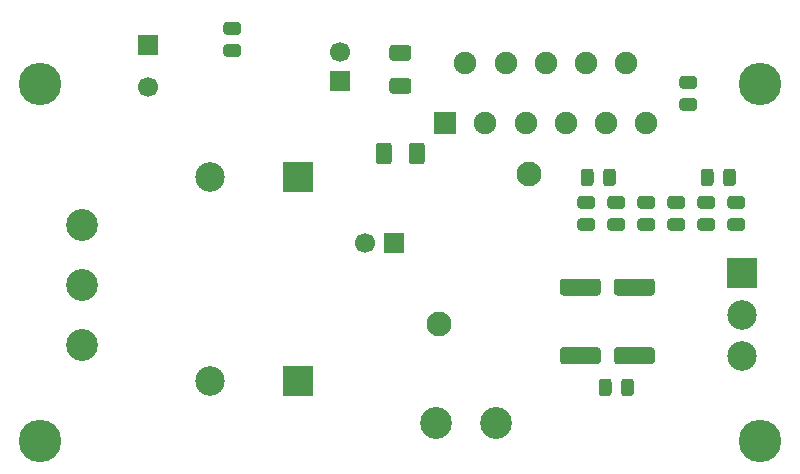
<source format=gbr>
%TF.GenerationSoftware,KiCad,Pcbnew,(5.1.6-0)*%
%TF.CreationDate,2023-03-27T21:53:34-07:00*%
%TF.ProjectId,LM3886-bal-no15v-th,4c4d3338-3836-42d6-9261-6c2d6e6f3135,rev?*%
%TF.SameCoordinates,Original*%
%TF.FileFunction,Soldermask,Top*%
%TF.FilePolarity,Negative*%
%FSLAX46Y46*%
G04 Gerber Fmt 4.6, Leading zero omitted, Abs format (unit mm)*
G04 Created by KiCad (PCBNEW (5.1.6-0)) date 2023-03-27 21:53:34*
%MOMM*%
%LPD*%
G01*
G04 APERTURE LIST*
%ADD10C,1.700000*%
%ADD11R,1.700000X1.700000*%
%ADD12C,2.500000*%
%ADD13R,2.500000X2.500000*%
%ADD14C,2.700000*%
%ADD15C,3.600000*%
%ADD16C,2.100000*%
%ADD17O,1.900000X1.900000*%
%ADD18R,1.900000X1.900000*%
G04 APERTURE END LIST*
D10*
%TO.C,C10*%
X85344000Y-66492000D03*
D11*
X85344000Y-62992000D03*
%TD*%
D10*
%TO.C,C7*%
X101600000Y-63540000D03*
D11*
X101600000Y-66040000D03*
%TD*%
D10*
%TO.C,C6*%
X103672000Y-79756000D03*
D11*
X106172000Y-79756000D03*
%TD*%
D12*
%TO.C,C3*%
X90544000Y-74168000D03*
D13*
X98044000Y-74168000D03*
%TD*%
D12*
%TO.C,C2*%
X90544000Y-91440000D03*
D13*
X98044000Y-91440000D03*
%TD*%
D12*
%TO.C,J1*%
X135636000Y-89296000D03*
X135636000Y-85796000D03*
D13*
X135636000Y-82296000D03*
%TD*%
D14*
%TO.C,J3*%
X79756000Y-88392000D03*
X79756000Y-83312000D03*
X79756000Y-78232000D03*
%TD*%
%TO.C,J2*%
X114808000Y-94996000D03*
X109728000Y-94996000D03*
%TD*%
D15*
%TO.C,H4*%
X137160000Y-96520000D03*
%TD*%
%TO.C,H3*%
X137160000Y-66248000D03*
%TD*%
%TO.C,H2*%
X76200000Y-96520000D03*
%TD*%
%TO.C,H1*%
X76200000Y-66248000D03*
%TD*%
D16*
%TO.C,L1*%
X109982000Y-86614000D03*
X117602000Y-73914000D03*
%TD*%
%TO.C,R9*%
G36*
G01*
X123376482Y-84185000D02*
X120463518Y-84185000D01*
G75*
G02*
X120195000Y-83916482I0J268518D01*
G01*
X120195000Y-83003518D01*
G75*
G02*
X120463518Y-82735000I268518J0D01*
G01*
X123376482Y-82735000D01*
G75*
G02*
X123645000Y-83003518I0J-268518D01*
G01*
X123645000Y-83916482D01*
G75*
G02*
X123376482Y-84185000I-268518J0D01*
G01*
G37*
G36*
G01*
X123376482Y-89985000D02*
X120463518Y-89985000D01*
G75*
G02*
X120195000Y-89716482I0J268518D01*
G01*
X120195000Y-88803518D01*
G75*
G02*
X120463518Y-88535000I268518J0D01*
G01*
X123376482Y-88535000D01*
G75*
G02*
X123645000Y-88803518I0J-268518D01*
G01*
X123645000Y-89716482D01*
G75*
G02*
X123376482Y-89985000I-268518J0D01*
G01*
G37*
%TD*%
%TO.C,R8*%
G36*
G01*
X125035518Y-88535000D02*
X127948482Y-88535000D01*
G75*
G02*
X128217000Y-88803518I0J-268518D01*
G01*
X128217000Y-89716482D01*
G75*
G02*
X127948482Y-89985000I-268518J0D01*
G01*
X125035518Y-89985000D01*
G75*
G02*
X124767000Y-89716482I0J268518D01*
G01*
X124767000Y-88803518D01*
G75*
G02*
X125035518Y-88535000I268518J0D01*
G01*
G37*
G36*
G01*
X125035518Y-82735000D02*
X127948482Y-82735000D01*
G75*
G02*
X128217000Y-83003518I0J-268518D01*
G01*
X128217000Y-83916482D01*
G75*
G02*
X127948482Y-84185000I-268518J0D01*
G01*
X125035518Y-84185000D01*
G75*
G02*
X124767000Y-83916482I0J268518D01*
G01*
X124767000Y-83003518D01*
G75*
G02*
X125035518Y-82735000I268518J0D01*
G01*
G37*
%TD*%
%TO.C,C9*%
G36*
G01*
X107335000Y-64299000D02*
X106025000Y-64299000D01*
G75*
G02*
X105755000Y-64029000I0J270000D01*
G01*
X105755000Y-63219000D01*
G75*
G02*
X106025000Y-62949000I270000J0D01*
G01*
X107335000Y-62949000D01*
G75*
G02*
X107605000Y-63219000I0J-270000D01*
G01*
X107605000Y-64029000D01*
G75*
G02*
X107335000Y-64299000I-270000J0D01*
G01*
G37*
G36*
G01*
X107335000Y-67099000D02*
X106025000Y-67099000D01*
G75*
G02*
X105755000Y-66829000I0J270000D01*
G01*
X105755000Y-66019000D01*
G75*
G02*
X106025000Y-65749000I270000J0D01*
G01*
X107335000Y-65749000D01*
G75*
G02*
X107605000Y-66019000I0J-270000D01*
G01*
X107605000Y-66829000D01*
G75*
G02*
X107335000Y-67099000I-270000J0D01*
G01*
G37*
%TD*%
%TO.C,C8*%
G36*
G01*
X105955000Y-71481000D02*
X105955000Y-72791000D01*
G75*
G02*
X105685000Y-73061000I-270000J0D01*
G01*
X104875000Y-73061000D01*
G75*
G02*
X104605000Y-72791000I0J270000D01*
G01*
X104605000Y-71481000D01*
G75*
G02*
X104875000Y-71211000I270000J0D01*
G01*
X105685000Y-71211000D01*
G75*
G02*
X105955000Y-71481000I0J-270000D01*
G01*
G37*
G36*
G01*
X108755000Y-71481000D02*
X108755000Y-72791000D01*
G75*
G02*
X108485000Y-73061000I-270000J0D01*
G01*
X107675000Y-73061000D01*
G75*
G02*
X107405000Y-72791000I0J270000D01*
G01*
X107405000Y-71481000D01*
G75*
G02*
X107675000Y-71211000I270000J0D01*
G01*
X108485000Y-71211000D01*
G75*
G02*
X108755000Y-71481000I0J-270000D01*
G01*
G37*
%TD*%
D17*
%TO.C,U1*%
X127490000Y-69596000D03*
X125790000Y-64516000D03*
X124090000Y-69596000D03*
X122390000Y-64516000D03*
X120690000Y-69596000D03*
X118990000Y-64516000D03*
X117290000Y-69596000D03*
X115590000Y-64516000D03*
X113890000Y-69596000D03*
X112190000Y-64516000D03*
D18*
X110490000Y-69596000D03*
%TD*%
%TO.C,R7*%
G36*
G01*
X92937250Y-62084000D02*
X91974750Y-62084000D01*
G75*
G02*
X91706000Y-61815250I0J268750D01*
G01*
X91706000Y-61277750D01*
G75*
G02*
X91974750Y-61009000I268750J0D01*
G01*
X92937250Y-61009000D01*
G75*
G02*
X93206000Y-61277750I0J-268750D01*
G01*
X93206000Y-61815250D01*
G75*
G02*
X92937250Y-62084000I-268750J0D01*
G01*
G37*
G36*
G01*
X92937250Y-63959000D02*
X91974750Y-63959000D01*
G75*
G02*
X91706000Y-63690250I0J268750D01*
G01*
X91706000Y-63152750D01*
G75*
G02*
X91974750Y-62884000I268750J0D01*
G01*
X92937250Y-62884000D01*
G75*
G02*
X93206000Y-63152750I0J-268750D01*
G01*
X93206000Y-63690250D01*
G75*
G02*
X92937250Y-63959000I-268750J0D01*
G01*
G37*
%TD*%
%TO.C,R6*%
G36*
G01*
X122909250Y-76816000D02*
X121946750Y-76816000D01*
G75*
G02*
X121678000Y-76547250I0J268750D01*
G01*
X121678000Y-76009750D01*
G75*
G02*
X121946750Y-75741000I268750J0D01*
G01*
X122909250Y-75741000D01*
G75*
G02*
X123178000Y-76009750I0J-268750D01*
G01*
X123178000Y-76547250D01*
G75*
G02*
X122909250Y-76816000I-268750J0D01*
G01*
G37*
G36*
G01*
X122909250Y-78691000D02*
X121946750Y-78691000D01*
G75*
G02*
X121678000Y-78422250I0J268750D01*
G01*
X121678000Y-77884750D01*
G75*
G02*
X121946750Y-77616000I268750J0D01*
G01*
X122909250Y-77616000D01*
G75*
G02*
X123178000Y-77884750I0J-268750D01*
G01*
X123178000Y-78422250D01*
G75*
G02*
X122909250Y-78691000I-268750J0D01*
G01*
G37*
%TD*%
%TO.C,R5*%
G36*
G01*
X125449250Y-76816000D02*
X124486750Y-76816000D01*
G75*
G02*
X124218000Y-76547250I0J268750D01*
G01*
X124218000Y-76009750D01*
G75*
G02*
X124486750Y-75741000I268750J0D01*
G01*
X125449250Y-75741000D01*
G75*
G02*
X125718000Y-76009750I0J-268750D01*
G01*
X125718000Y-76547250D01*
G75*
G02*
X125449250Y-76816000I-268750J0D01*
G01*
G37*
G36*
G01*
X125449250Y-78691000D02*
X124486750Y-78691000D01*
G75*
G02*
X124218000Y-78422250I0J268750D01*
G01*
X124218000Y-77884750D01*
G75*
G02*
X124486750Y-77616000I268750J0D01*
G01*
X125449250Y-77616000D01*
G75*
G02*
X125718000Y-77884750I0J-268750D01*
G01*
X125718000Y-78422250D01*
G75*
G02*
X125449250Y-78691000I-268750J0D01*
G01*
G37*
%TD*%
%TO.C,R4*%
G36*
G01*
X133069250Y-76816000D02*
X132106750Y-76816000D01*
G75*
G02*
X131838000Y-76547250I0J268750D01*
G01*
X131838000Y-76009750D01*
G75*
G02*
X132106750Y-75741000I268750J0D01*
G01*
X133069250Y-75741000D01*
G75*
G02*
X133338000Y-76009750I0J-268750D01*
G01*
X133338000Y-76547250D01*
G75*
G02*
X133069250Y-76816000I-268750J0D01*
G01*
G37*
G36*
G01*
X133069250Y-78691000D02*
X132106750Y-78691000D01*
G75*
G02*
X131838000Y-78422250I0J268750D01*
G01*
X131838000Y-77884750D01*
G75*
G02*
X132106750Y-77616000I268750J0D01*
G01*
X133069250Y-77616000D01*
G75*
G02*
X133338000Y-77884750I0J-268750D01*
G01*
X133338000Y-78422250D01*
G75*
G02*
X133069250Y-78691000I-268750J0D01*
G01*
G37*
%TD*%
%TO.C,R3*%
G36*
G01*
X135609250Y-76816000D02*
X134646750Y-76816000D01*
G75*
G02*
X134378000Y-76547250I0J268750D01*
G01*
X134378000Y-76009750D01*
G75*
G02*
X134646750Y-75741000I268750J0D01*
G01*
X135609250Y-75741000D01*
G75*
G02*
X135878000Y-76009750I0J-268750D01*
G01*
X135878000Y-76547250D01*
G75*
G02*
X135609250Y-76816000I-268750J0D01*
G01*
G37*
G36*
G01*
X135609250Y-78691000D02*
X134646750Y-78691000D01*
G75*
G02*
X134378000Y-78422250I0J268750D01*
G01*
X134378000Y-77884750D01*
G75*
G02*
X134646750Y-77616000I268750J0D01*
G01*
X135609250Y-77616000D01*
G75*
G02*
X135878000Y-77884750I0J-268750D01*
G01*
X135878000Y-78422250D01*
G75*
G02*
X135609250Y-78691000I-268750J0D01*
G01*
G37*
%TD*%
%TO.C,R2*%
G36*
G01*
X127026750Y-77616000D02*
X127989250Y-77616000D01*
G75*
G02*
X128258000Y-77884750I0J-268750D01*
G01*
X128258000Y-78422250D01*
G75*
G02*
X127989250Y-78691000I-268750J0D01*
G01*
X127026750Y-78691000D01*
G75*
G02*
X126758000Y-78422250I0J268750D01*
G01*
X126758000Y-77884750D01*
G75*
G02*
X127026750Y-77616000I268750J0D01*
G01*
G37*
G36*
G01*
X127026750Y-75741000D02*
X127989250Y-75741000D01*
G75*
G02*
X128258000Y-76009750I0J-268750D01*
G01*
X128258000Y-76547250D01*
G75*
G02*
X127989250Y-76816000I-268750J0D01*
G01*
X127026750Y-76816000D01*
G75*
G02*
X126758000Y-76547250I0J268750D01*
G01*
X126758000Y-76009750D01*
G75*
G02*
X127026750Y-75741000I268750J0D01*
G01*
G37*
%TD*%
%TO.C,R1*%
G36*
G01*
X129566750Y-77616000D02*
X130529250Y-77616000D01*
G75*
G02*
X130798000Y-77884750I0J-268750D01*
G01*
X130798000Y-78422250D01*
G75*
G02*
X130529250Y-78691000I-268750J0D01*
G01*
X129566750Y-78691000D01*
G75*
G02*
X129298000Y-78422250I0J268750D01*
G01*
X129298000Y-77884750D01*
G75*
G02*
X129566750Y-77616000I268750J0D01*
G01*
G37*
G36*
G01*
X129566750Y-75741000D02*
X130529250Y-75741000D01*
G75*
G02*
X130798000Y-76009750I0J-268750D01*
G01*
X130798000Y-76547250D01*
G75*
G02*
X130529250Y-76816000I-268750J0D01*
G01*
X129566750Y-76816000D01*
G75*
G02*
X129298000Y-76547250I0J268750D01*
G01*
X129298000Y-76009750D01*
G75*
G02*
X129566750Y-75741000I268750J0D01*
G01*
G37*
%TD*%
%TO.C,C11*%
G36*
G01*
X124568000Y-91466750D02*
X124568000Y-92429250D01*
G75*
G02*
X124299250Y-92698000I-268750J0D01*
G01*
X123761750Y-92698000D01*
G75*
G02*
X123493000Y-92429250I0J268750D01*
G01*
X123493000Y-91466750D01*
G75*
G02*
X123761750Y-91198000I268750J0D01*
G01*
X124299250Y-91198000D01*
G75*
G02*
X124568000Y-91466750I0J-268750D01*
G01*
G37*
G36*
G01*
X126443000Y-91466750D02*
X126443000Y-92429250D01*
G75*
G02*
X126174250Y-92698000I-268750J0D01*
G01*
X125636750Y-92698000D01*
G75*
G02*
X125368000Y-92429250I0J268750D01*
G01*
X125368000Y-91466750D01*
G75*
G02*
X125636750Y-91198000I268750J0D01*
G01*
X126174250Y-91198000D01*
G75*
G02*
X126443000Y-91466750I0J-268750D01*
G01*
G37*
%TD*%
%TO.C,C5*%
G36*
G01*
X123844000Y-74649250D02*
X123844000Y-73686750D01*
G75*
G02*
X124112750Y-73418000I268750J0D01*
G01*
X124650250Y-73418000D01*
G75*
G02*
X124919000Y-73686750I0J-268750D01*
G01*
X124919000Y-74649250D01*
G75*
G02*
X124650250Y-74918000I-268750J0D01*
G01*
X124112750Y-74918000D01*
G75*
G02*
X123844000Y-74649250I0J268750D01*
G01*
G37*
G36*
G01*
X121969000Y-74649250D02*
X121969000Y-73686750D01*
G75*
G02*
X122237750Y-73418000I268750J0D01*
G01*
X122775250Y-73418000D01*
G75*
G02*
X123044000Y-73686750I0J-268750D01*
G01*
X123044000Y-74649250D01*
G75*
G02*
X122775250Y-74918000I-268750J0D01*
G01*
X122237750Y-74918000D01*
G75*
G02*
X121969000Y-74649250I0J268750D01*
G01*
G37*
%TD*%
%TO.C,C4*%
G36*
G01*
X134004000Y-74649250D02*
X134004000Y-73686750D01*
G75*
G02*
X134272750Y-73418000I268750J0D01*
G01*
X134810250Y-73418000D01*
G75*
G02*
X135079000Y-73686750I0J-268750D01*
G01*
X135079000Y-74649250D01*
G75*
G02*
X134810250Y-74918000I-268750J0D01*
G01*
X134272750Y-74918000D01*
G75*
G02*
X134004000Y-74649250I0J268750D01*
G01*
G37*
G36*
G01*
X132129000Y-74649250D02*
X132129000Y-73686750D01*
G75*
G02*
X132397750Y-73418000I268750J0D01*
G01*
X132935250Y-73418000D01*
G75*
G02*
X133204000Y-73686750I0J-268750D01*
G01*
X133204000Y-74649250D01*
G75*
G02*
X132935250Y-74918000I-268750J0D01*
G01*
X132397750Y-74918000D01*
G75*
G02*
X132129000Y-74649250I0J268750D01*
G01*
G37*
%TD*%
%TO.C,C1*%
G36*
G01*
X131545250Y-66656000D02*
X130582750Y-66656000D01*
G75*
G02*
X130314000Y-66387250I0J268750D01*
G01*
X130314000Y-65849750D01*
G75*
G02*
X130582750Y-65581000I268750J0D01*
G01*
X131545250Y-65581000D01*
G75*
G02*
X131814000Y-65849750I0J-268750D01*
G01*
X131814000Y-66387250D01*
G75*
G02*
X131545250Y-66656000I-268750J0D01*
G01*
G37*
G36*
G01*
X131545250Y-68531000D02*
X130582750Y-68531000D01*
G75*
G02*
X130314000Y-68262250I0J268750D01*
G01*
X130314000Y-67724750D01*
G75*
G02*
X130582750Y-67456000I268750J0D01*
G01*
X131545250Y-67456000D01*
G75*
G02*
X131814000Y-67724750I0J-268750D01*
G01*
X131814000Y-68262250D01*
G75*
G02*
X131545250Y-68531000I-268750J0D01*
G01*
G37*
%TD*%
M02*

</source>
